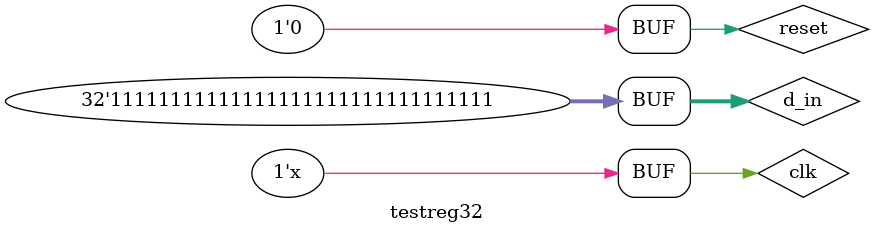
<source format=v>
module reg32 (clk, reset, d_in, d_out);

input clk, reset;
input [31:0] d_in;
output [31:0] d_out;
reg [31:0]	d_out;

always @(posedge clk)
	begin
		if (reset) d_out <= 0;
		else d_out <= d_in;
	end
endmodule


module testreg32();

reg clk, reset;
reg	[31:0]	d_in;
wire [31:0] d_out;
reg32 r(clk, reset, d_in, d_out);

initial begin
		clk = 0;
		reset = 0;
		d_in = 32'hffffffff;
	end
always
	begin	
		#100 clk = ~clk;
	end
	

endmodule 
</source>
